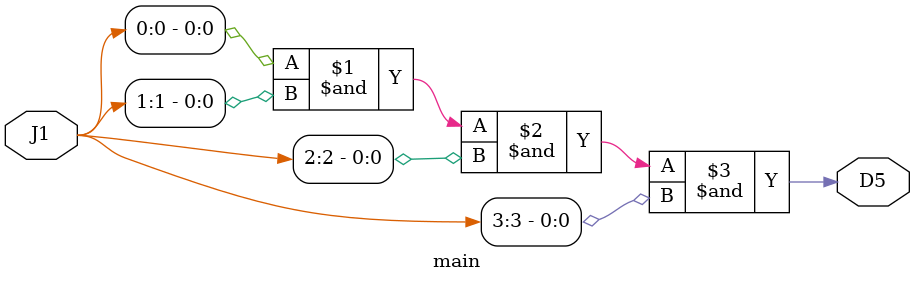
<source format=v>
module main ( input [3:0] J1, output D5 );

// and and1 (D5, J1[0], J1[1], J1[2], J1[3]);

assign D5 = J1[0] & J1[1] & J1[2] & J1[3];

endmodule

</source>
